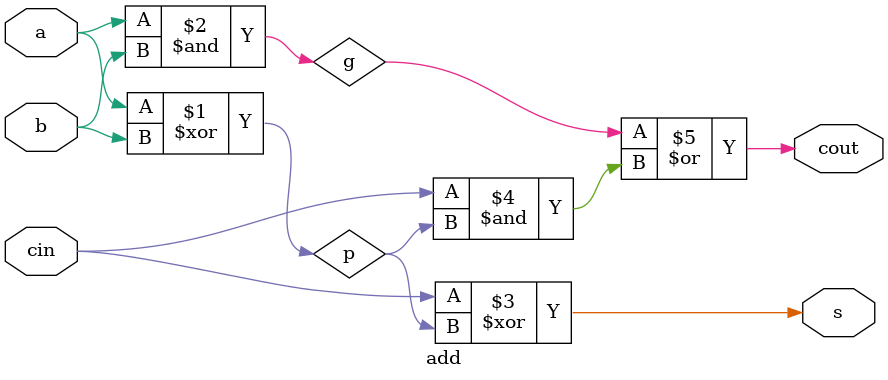
<source format=sv>
`timescale 100ns / 1ps

module add(
    input  logic a, b, cin,
    output logic s, cout
);
    logic p, g; 
    
    assign p = a ^ b;
    assign g = a & b;
    
    assign s = cin ^ p;
    assign cout = g | (cin & p);
endmodule

</source>
